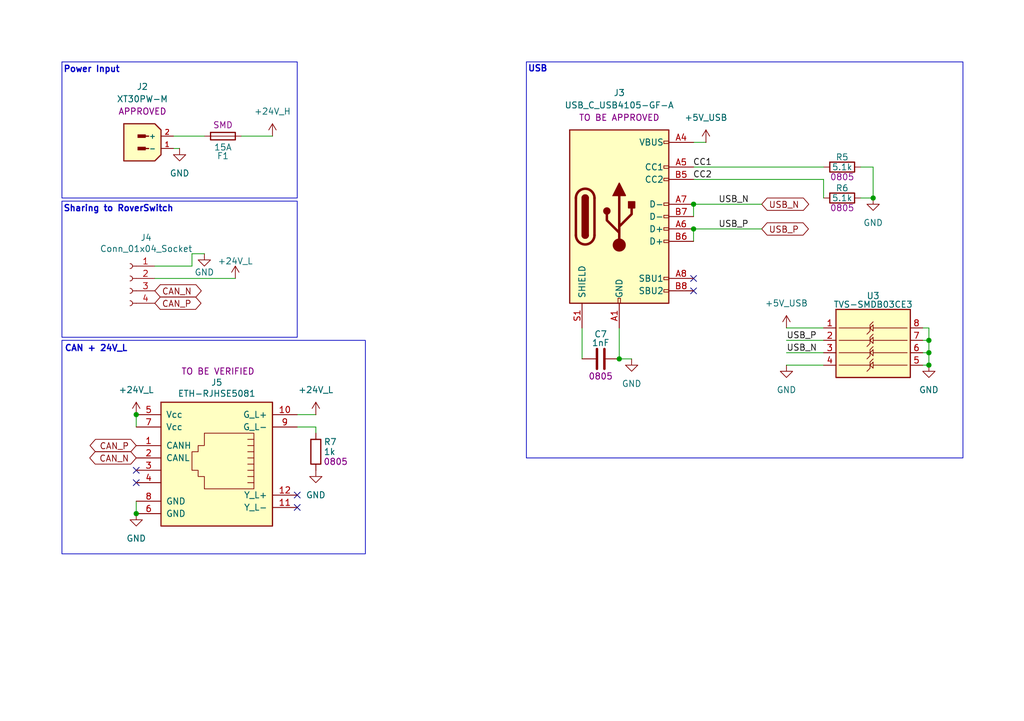
<source format=kicad_sch>
(kicad_sch (version 20231120) (generator "eeschema") (generator_version "8.0")
  (paper "A5")
  (title_block (title "${PROJECTNAME}") (date "2025-02-08") (rev "${REVISION}") (company "${GROUP_NAME}") (comment 1 "${AUTHOR}"))
  (lib_symbols
    (symbol "Connector:Conn_01x04_Socket" (pin_names (offset 1.016) hide)
      (property "Reference" "J" (at 0 5.08 0))
      (property "Value" "Conn_01x04_Socket" (at 0 -7.62 0))
      (symbol "Conn_01x04_Socket_1_1"
        (arc (start 0 -4.572) (mid -0.5058 -5.08) (end 0 -5.588) (stroke (width 0.1524)))
        (arc (start 0 -2.032) (mid -0.5058 -2.54) (end 0 -3.048) (stroke (width 0.1524)))
        (polyline (pts (xy -1.27 -5.08) (xy -0.508 -5.08)) (stroke (width 0.1524)))
        (polyline (pts (xy -1.27 -2.54) (xy -0.508 -2.54)) (stroke (width 0.1524)))
        (polyline (pts (xy -1.27 0) (xy -0.508 0)) (stroke (width 0.1524)))
        (polyline (pts (xy -1.27 2.54) (xy -0.508 2.54)) (stroke (width 0.1524)))
        (arc (start 0 0.508) (mid -0.5058 0) (end 0 -0.508) (stroke (width 0.1524)))
        (arc (start 0 3.048) (mid -0.5058 2.54) (end 0 2.032) (stroke (width 0.1524)))
        (pin passive line (at -5.08 2.54 0) (length 3.81) (name "Pin_1") (number "1"))
        (pin passive line (at -5.08 0 0) (length 3.81) (name "Pin_2") (number "2"))
        (pin passive line (at -5.08 -2.54 0) (length 3.81) (name "Pin_3") (number "3"))
        (pin passive line (at -5.08 -5.08 0) (length 3.81) (name "Pin_4") (number "4"))
      )
    )
    (symbol "RoverLibrary:C_0805" (pin_numbers hide) (pin_names (offset 0.254))
      (property "Reference" "C" (at 2.54 2.032 0))
      (property "Value" "~" (at 2.54 0 0))
      (property "Package" "0805" (at 2.54 -2.286 0))
      (symbol "C_0805_0_1"
        (polyline (pts (xy -2.032 -0.762) (xy 2.032 -0.762)) (stroke (width 0.508)))
        (polyline (pts (xy -2.032 0.762) (xy 2.032 0.762)) (stroke (width 0.508)))
      )
      (symbol "C_0805_1_1"
        (pin passive line (at 0 3.81 270) (length 2.794) (name "~") (number "1"))
        (pin passive line (at 0 -3.81 90) (length 2.794) (name "~") (number "2"))
      )
    )
    (symbol "RoverLibrary:ETH-RJHSE5081" (pin_names (offset 1.016))
      (property "Reference" "J" (at 0 9.144 0))
      (property "Value" "ETH-RJHSE5081" (at 0 6.858 0))
      (property "STATUS" "TO BE VERIFIED" (at 0.254 11.43 0))
      (symbol "ETH-RJHSE5081_0_1"
        (polyline (pts (xy 6.35 -3.81) (xy 7.62 -3.81)))
        (polyline (pts (xy 6.35 -2.54) (xy 7.62 -2.54)))
        (polyline (pts (xy 6.35 -5.08) (xy 7.62 -5.08) (xy 7.62 -5.08)))
        (polyline (pts (xy 7.62 -11.43) (xy 6.35 -11.43) (xy 6.35 -11.43)))
        (polyline (pts (xy 7.62 -10.16) (xy 6.35 -10.16) (xy 6.35 -10.16)))
        (polyline (pts (xy 7.62 -8.89) (xy 6.35 -8.89) (xy 6.35 -8.89)))
        (polyline (pts (xy 7.62 -7.62) (xy 6.35 -7.62) (xy 6.35 -7.62)))
        (polyline (pts (xy 7.62 -6.35) (xy 6.35 -6.35) (xy 6.35 -6.35)))
        (polyline (pts (xy 7.62 -12.7) (xy 7.62 -1.27) (xy -2.54 -1.27) (xy -2.54 -3.81) (xy -3.81 -3.81) (xy -3.81 -5.08) (xy -5.08 -5.08) (xy -5.08 -8.89) (xy -3.81 -8.89) (xy -3.81 -10.16) (xy -2.54 -10.16) (xy -2.54 -12.7) (xy 7.62 -12.7) (xy 7.62 -12.7)))
      )
      (symbol "ETH-RJHSE5081_1_1"
        (rectangle (start -11.43 5.08) (end 11.43 -20.32) (stroke (width 0.254)) (fill (type background)))
        (pin bidirectional line (at -16.51 -3.81 0) (length 5.08) (name "CANH") (number "1"))
        (pin passive line (at 16.51 2.54 180) (length 5.08) (name "G_L+") (number "10"))
        (pin passive line (at 16.51 -16.51 180) (length 5.08) (name "Y_L-") (number "11"))
        (pin passive line (at 16.51 -13.97 180) (length 5.08) (name "Y_L+") (number "12"))
        (pin bidirectional line (at -16.51 -6.35 0) (length 5.08) (name "CANL") (number "2"))
        (pin bidirectional line (at -16.51 -8.89 0) (length 5.08) (name "~") (number "3"))
        (pin bidirectional line (at -16.51 -11.43 0) (length 5.08) (name "~") (number "4"))
        (pin power_out line (at -16.51 2.54 0) (length 5.08) (name "Vcc") (number "5"))
        (pin power_in line (at -16.51 -17.78 0) (length 5.08) (name "GND") (number "6"))
        (pin power_in line (at -16.51 0 0) (length 5.08) (name "Vcc") (number "7"))
        (pin passive line (at -16.51 -15.24 0) (length 5.08) (name "GND") (number "8"))
        (pin passive line (at 16.51 0 180) (length 5.08) (name "G_L-") (number "9"))
      )
    )
    (symbol "RoverLibrary:FuseHolder-3588-20" (pin_numbers hide) (pin_names (offset 0))
      (property "Reference" "F" (at 0 5.08 0))
      (property "Value" "FuseHolder-3588-20" (at 0 3.556 0))
      (property "STATUS" "APPROVED" (at 0 7.112 0))
      (property "PACKAGE" "SMD" (at 0 -1.016 0))
      (symbol "FuseHolder-3588-20_0_1"
        (rectangle (start -2.54 0.508) (end 2.54 2.032) (stroke (width 0.254)))
        (polyline (pts (xy -2.54 1.27) (xy 2.54 1.27)))
      )
      (symbol "FuseHolder-3588-20_1_1"
        (pin power_out line (at -3.81 1.27 0) (length 1.27) (name "~") (number "1"))
        (pin power_in line (at 3.81 1.27 180) (length 1.27) (name "~") (number "2"))
      )
    )
    (symbol "RoverLibrary:R_0805" (pin_numbers hide) (pin_names (offset 0))
      (property "Reference" "R" (at 2.032 0 90))
      (property "Value" "k" (at 0 0 90))
      (property "Package" "0805" (at -2.286 0 90))
      (symbol "R_0805_0_1"
        (rectangle (start -1.016 -2.54) (end 1.016 2.54) (stroke (width 0.254)))
      )
      (symbol "R_0805_1_1"
        (pin passive line (at 0 3.81 270) (length 1.27) (name "~") (number "1"))
        (pin passive line (at 0 -3.81 90) (length 1.27) (name "~") (number "2"))
      )
    )
    (symbol "RoverLibrary:TVS-SMDB03CE3/TR7TR-ND"
      (property "Reference" "U" (at 0 2.794 0))
      (property "Value" "TVS-SMDB03CE3" (at 0 1.016 0))
      (symbol "TVS-SMDB03CE3/TR7TR-ND_0_1"
        (polyline (pts (xy -6.985 -11.43) (xy -0.635 -11.43)))
        (polyline (pts (xy -6.985 -8.89) (xy -0.635 -8.89)))
        (polyline (pts (xy -6.985 -6.35) (xy -0.635 -6.35)))
        (polyline (pts (xy -6.985 -3.81) (xy -0.635 -3.81)))
        (polyline (pts (xy 0 -11.43) (xy 6.985 -11.43)))
        (polyline (pts (xy 0 -8.89) (xy 6.985 -8.89)))
        (polyline (pts (xy 0 -6.35) (xy 6.985 -6.35)))
        (polyline (pts (xy 0 -3.81) (xy 6.985 -3.81)))
        (polyline (pts (xy -0.635 -11.43) (xy -0.635 -10.795) (xy 0 -10.16)))
        (polyline (pts (xy -0.635 -8.89) (xy -0.635 -8.255) (xy 0 -7.62)))
        (polyline (pts (xy -0.635 -6.35) (xy -0.635 -5.715) (xy 0 -5.08)))
        (polyline (pts (xy -0.635 -3.81) (xy -0.635 -3.175) (xy 0 -2.54)))
        (polyline (pts (xy -0.635 -11.43) (xy -0.635 -12.065) (xy -0.635 -12.065) (xy -1.27 -12.7)))
        (polyline (pts (xy -0.635 -11.43) (xy 0 -12.065) (xy 0 -10.795) (xy -0.635 -11.43)))
        (polyline (pts (xy -0.635 -8.89) (xy -0.635 -9.525) (xy -0.635 -9.525) (xy -1.27 -10.16)))
        (polyline (pts (xy -0.635 -8.89) (xy 0 -9.525) (xy 0 -8.255) (xy -0.635 -8.89)))
        (polyline (pts (xy -0.635 -6.35) (xy -0.635 -6.985) (xy -0.635 -6.985) (xy -1.27 -7.62)))
        (polyline (pts (xy -0.635 -6.35) (xy 0 -6.985) (xy 0 -5.715) (xy -0.635 -6.35)))
        (polyline (pts (xy -0.635 -3.81) (xy -0.635 -4.445) (xy -0.635 -4.445) (xy -1.27 -5.08)))
        (polyline (pts (xy -0.635 -3.81) (xy 0 -4.445) (xy 0 -3.175) (xy -0.635 -3.81)))
      )
      (symbol "TVS-SMDB03CE3/TR7TR-ND_1_1"
        (rectangle (start -7.62 0) (end 7.62 -13.97) (stroke (width 0.254)) (fill (type background)))
        (pin passive line (at -10.16 -3.81 0) (length 2.54) (name "") (number "1"))
        (pin passive line (at -10.16 -6.35 0) (length 2.54) (name "") (number "2"))
        (pin passive line (at -10.16 -8.89 0) (length 2.54) (name "") (number "3"))
        (pin passive line (at -10.16 -11.43 0) (length 2.54) (name "") (number "4"))
        (pin passive line (at 10.16 -11.43 180) (length 2.54) (name "") (number "5"))
        (pin passive line (at 10.16 -8.89 180) (length 2.54) (name "") (number "6"))
        (pin passive line (at 10.16 -6.35 180) (length 2.54) (name "") (number "7"))
        (pin passive line (at 10.16 -3.81 180) (length 2.54) (name "") (number "8"))
      )
    )
    (symbol "RoverLibrary:USB_C_USB4105-GF-A" (pin_names (offset 1.016))
      (property "Reference" "J" (at 0 22.225 0))
      (property "Value" "USB_C_USB4105-GF-A" (at 0 19.685 0))
      (property "STATUS" "TO BE APPROVED" (at 0 24.13 0))
      (symbol "USB_C_USB4105-GF-A_0_0"
        (rectangle (start -0.254 -17.78) (end 0.254 -16.764))
        (rectangle (start 10.16 -14.986) (end 9.144 -15.494))
        (rectangle (start 10.16 -12.446) (end 9.144 -12.954))
        (rectangle (start 10.16 -4.826) (end 9.144 -5.334))
        (rectangle (start 10.16 -2.286) (end 9.144 -2.794))
        (rectangle (start 10.16 0.254) (end 9.144 -0.254))
        (rectangle (start 10.16 2.794) (end 9.144 2.286))
        (rectangle (start 10.16 7.874) (end 9.144 7.366))
        (rectangle (start 10.16 10.414) (end 9.144 9.906))
        (rectangle (start 10.16 15.494) (end 9.144 14.986))
      )
      (symbol "USB_C_USB4105-GF-A_0_1"
        (rectangle (start -10.16 17.78) (end 10.16 -17.78) (stroke (width 0.254)) (fill (type background)))
        (arc (start -8.89 -3.81) (mid -6.985 -5.7067) (end -5.08 -3.81) (stroke (width 0.508)))
        (arc (start -7.62 -3.81) (mid -6.985 -4.4423) (end -6.35 -3.81) (stroke (width 0.254)))
        (arc (start -7.62 -3.81) (mid -6.985 -4.4423) (end -6.35 -3.81) (stroke (width 0.254)) (fill (type outline)))
        (rectangle (start -7.62 -3.81) (end -6.35 3.81) (stroke (width 0.254)) (fill (type outline)))
        (arc (start -6.35 3.81) (mid -6.985 4.4423) (end -7.62 3.81) (stroke (width 0.254)))
        (arc (start -6.35 3.81) (mid -6.985 4.4423) (end -7.62 3.81) (stroke (width 0.254)) (fill (type outline)))
        (arc (start -5.08 3.81) (mid -6.985 5.7067) (end -8.89 3.81) (stroke (width 0.508)))
        (circle (center -2.54 1.143) (radius 0.635) (stroke (width 0.254)) (fill (type outline)))
        (circle (center 0 -5.842) (radius 1.27) (fill (type outline)))
        (polyline (pts (xy -8.89 -3.81) (xy -8.89 3.81)) (stroke (width 0.508)))
        (polyline (pts (xy -5.08 3.81) (xy -5.08 -3.81)) (stroke (width 0.508)))
        (polyline (pts (xy 0 -5.842) (xy 0 4.318)) (stroke (width 0.508)))
        (polyline (pts (xy 0 -3.302) (xy -2.54 -0.762) (xy -2.54 0.508)) (stroke (width 0.508)))
        (polyline (pts (xy 0 -2.032) (xy 2.54 0.508) (xy 2.54 1.778)) (stroke (width 0.508)))
        (polyline (pts (xy -1.27 4.318) (xy 0 6.858) (xy 1.27 4.318) (xy -1.27 4.318)) (stroke (width 0.254)) (fill (type outline)))
        (rectangle (start 1.905 1.778) (end 3.175 3.048) (stroke (width 0.254)) (fill (type outline)))
      )
      (symbol "USB_C_USB4105-GF-A_1_1"
        (pin power_out line (at 0 -22.86 90) (length 5.08) (name "GND") (number "A1"))
        (pin power_in line (at 0 -22.86 90) (length 5.08) hide (name "GND") (number "A12"))
        (pin power_out line (at 15.24 15.24 180) (length 5.08) (name "VBUS") (number "A4"))
        (pin bidirectional line (at 15.24 10.16 180) (length 5.08) (name "CC1") (number "A5"))
        (pin bidirectional line (at 15.24 -2.54 180) (length 5.08) (name "D+") (number "A6"))
        (pin bidirectional line (at 15.24 2.54 180) (length 5.08) (name "D-") (number "A7"))
        (pin bidirectional line (at 15.24 -12.7 180) (length 5.08) (name "SBU1") (number "A8"))
        (pin power_in line (at 15.24 15.24 180) (length 5.08) hide (name "VBUS") (number "A9"))
        (pin power_in line (at 0 -22.86 90) (length 5.08) hide (name "GND") (number "B1"))
        (pin power_in line (at 0 -22.86 90) (length 5.08) hide (name "GND") (number "B12"))
        (pin power_in line (at 15.24 15.24 180) (length 5.08) hide (name "VBUS") (number "B4"))
        (pin bidirectional line (at 15.24 7.62 180) (length 5.08) (name "CC2") (number "B5"))
        (pin bidirectional line (at 15.24 -5.08 180) (length 5.08) (name "D+") (number "B6"))
        (pin bidirectional line (at 15.24 0 180) (length 5.08) (name "D-") (number "B7"))
        (pin bidirectional line (at 15.24 -15.24 180) (length 5.08) (name "SBU2") (number "B8"))
        (pin power_in line (at 15.24 15.24 180) (length 5.08) hide (name "VBUS") (number "B9"))
        (pin power_in line (at -7.62 -22.86 90) (length 5.08) (name "SHIELD") (number "S1"))
      )
    )
    (symbol "RoverLibrary:XT30PW-M" (pin_names (offset 1.016))
      (property "Reference" "J" (at -7.62 3.302 0))
      (property "Value" "XT30PW-M" (at -7.62 -7.62 0))
      (property "STATUS" "APPROVED" (at -4.064 5.842 0))
      (symbol "XT30PW-M_0_0"
        (rectangle (start -4.7625 -2.8575) (end -3.175 -2.2225) (stroke (width 0.1)) (fill (type outline)))
        (rectangle (start -4.7625 0.3175) (end -3.175 -0.3175) (stroke (width 0.1)) (fill (type outline)))
        (polyline (pts (xy -2.54 -2.54) (xy -4.445 -2.54)) (stroke (width 0.254)))
        (polyline (pts (xy -2.54 0) (xy -4.445 0)) (stroke (width 0.254)))
      )
      (symbol "XT30PW-M_1_0"
        (polyline (pts (xy -7.62 2.54) (xy -1.27 2.54) (xy -1.27 2.54) (xy 0 1.27) (xy 0 -3.81) (xy -1.27 -5.08) (xy -7.62 -5.08) (xy -7.62 2.54)) (stroke (width 0.254)) (fill (type background)))
        (pin power_out line (at 2.54 -2.54 180) (length 2.54) (name "-") (number "1"))
        (pin power_out line (at 2.54 0 180) (length 2.54) (name "+") (number "2"))
      )
    )
    (symbol "power:+24V" (power) (pin_numbers hide) (pin_names (offset 0) hide)
      (property "Value" "+24V" (at 0 3.556 0))
      (symbol "+24V_0_1"
        (polyline (pts (xy -0.762 1.27) (xy 0 2.54)))
        (polyline (pts (xy 0 0) (xy 0 2.54)))
        (polyline (pts (xy 0 2.54) (xy 0.762 1.27)))
      )
      (symbol "+24V_1_1"
        (pin power_in line (at 0 0 90) (length 0) (name "~") (number "1"))
      )
    )
    (symbol "power:+5V" (power) (pin_numbers hide) (pin_names (offset 0) hide)
      (property "Value" "+5V" (at 0 3.556 0))
      (symbol "+5V_0_1"
        (polyline (pts (xy -0.762 1.27) (xy 0 2.54)))
        (polyline (pts (xy 0 0) (xy 0 2.54)))
        (polyline (pts (xy 0 2.54) (xy 0.762 1.27)))
      )
      (symbol "+5V_1_1"
        (pin power_in line (at 0 0 90) (length 0) (name "~") (number "1"))
      )
    )
    (symbol "power:GND" (power) (pin_numbers hide) (pin_names (offset 0) hide)
      (property "Value" "GND" (at 0 -3.81 0))
      (symbol "GND_0_1"
        (polyline (pts (xy 0 0) (xy 0 -1.27) (xy 1.27 -1.27) (xy 0 -2.54) (xy -1.27 -1.27) (xy 0 -1.27)))
      )
      (symbol "GND_1_1"
        (pin power_in line (at 0 0 270) (length 0) (name "~") (number "1"))
      )
    )
  )
  (junction (at 142.24 41.91))
  (junction (at 142.24 46.99))
  (junction (at 190.5 69.85))
  (junction (at 190.5 74.93))
  (junction (at 27.94 105.41))
  (junction (at 27.94 85.09))
  (junction (at 190.5 72.39))
  (junction (at 179.07 40.64))
  (junction (at 127 73.66))
  (no_connect (at 142.24 59.69))
  (no_connect (at 60.96 101.6))
  (no_connect (at 27.94 96.52))
  (no_connect (at 142.24 57.15))
  (no_connect (at 27.94 99.06))
  (no_connect (at 60.96 104.14))
  (wire (pts (xy 41.91 27.94) (xy 35.56 27.94)))
  (wire (pts (xy 142.24 34.29) (xy 168.91 34.29)))
  (wire (pts (xy 142.24 46.99) (xy 142.24 49.53)))
  (wire (pts (xy 119.38 67.31) (xy 119.38 73.66)))
  (wire (pts (xy 161.29 67.31) (xy 168.91 67.31)))
  (wire (pts (xy 190.5 67.31) (xy 190.5 69.85)))
  (wire (pts (xy 39.37 54.61) (xy 31.75 54.61)))
  (wire (pts (xy 64.77 85.09) (xy 60.96 85.09)))
  (wire (pts (xy 27.94 85.09) (xy 27.94 87.63)))
  (wire (pts (xy 161.29 72.39) (xy 168.91 72.39)))
  (wire (pts (xy 36.83 30.48) (xy 35.56 30.48)))
  (wire (pts (xy 176.53 34.29) (xy 179.07 34.29)))
  (wire (pts (xy 64.77 87.63) (xy 64.77 88.9)))
  (wire (pts (xy 127 67.31) (xy 127 73.66)))
  (wire (pts (xy 161.29 69.85) (xy 168.91 69.85)))
  (wire (pts (xy 176.53 40.64) (xy 179.07 40.64)))
  (wire (pts (xy 39.37 52.07) (xy 39.37 54.61)))
  (wire (pts (xy 190.5 69.85) (xy 190.5 72.39)))
  (wire (pts (xy 129.54 73.66) (xy 127 73.66)))
  (wire (pts (xy 190.5 72.39) (xy 189.23 72.39)))
  (wire (pts (xy 161.29 74.93) (xy 168.91 74.93)))
  (wire (pts (xy 179.07 34.29) (xy 179.07 40.64)))
  (wire (pts (xy 190.5 67.31) (xy 189.23 67.31)))
  (wire (pts (xy 168.91 36.83) (xy 168.91 40.64)))
  (wire (pts (xy 142.24 41.91) (xy 156.21 41.91)))
  (wire (pts (xy 142.24 46.99) (xy 156.21 46.99)))
  (wire (pts (xy 55.88 27.94) (xy 49.53 27.94)))
  (wire (pts (xy 48.26 57.15) (xy 31.75 57.15)))
  (wire (pts (xy 27.94 102.87) (xy 27.94 105.41)))
  (wire (pts (xy 142.24 41.91) (xy 142.24 44.45)))
  (wire (pts (xy 60.96 87.63) (xy 64.77 87.63)))
  (wire (pts (xy 142.24 36.83) (xy 168.91 36.83)))
  (wire (pts (xy 144.78 29.21) (xy 142.24 29.21)))
  (wire (pts (xy 190.5 72.39) (xy 190.5 74.93)))
  (wire (pts (xy 41.91 52.07) (xy 39.37 52.07)))
  (wire (pts (xy 190.5 69.85) (xy 189.23 69.85)))
  (wire (pts (xy 190.5 74.93) (xy 189.23 74.93)))
  (rectangle (start 12.7 41.275) (end 60.96 69.215))
  (rectangle (start 12.7 69.85) (end 74.93 113.665))
  (rectangle (start 12.7 12.7) (end 60.96 40.64))
  (rectangle (start 107.95 12.7) (end 197.485 93.98))
  (text "Sharing to RoverSwitch" (at 12.954 42.926 0) (effects (font (size 1.27 1.27) (thickness 0.254) (bold yes)) (justify left)))
  (text "CAN + 24V_L" (at 13.208 71.628 0) (effects (font (size 1.27 1.27) (thickness 0.254) (bold yes)) (justify left)))
  (text "USB" (at 108.204 14.224 0) (effects (font (size 1.27 1.27) (thickness 0.254) (bold yes)) (justify left)))
  (text "Power Input" (at 12.954 14.351 0) (effects (font (size 1.27 1.27) (thickness 0.254) (bold yes)) (justify left)))
  (label "USB_N" (at 147.32 41.91 0))
  (label "USB_P" (at 147.32 46.99 0))
  (label "USB_P" (at 161.29 69.85 0))
  (label "CC1" (at 146.05 34.29 180))
  (label "CC2" (at 146.05 36.83 180))
  (label "USB_N" (at 161.29 72.39 0))
  (global_label "USB_N" (shape bidirectional) (at 156.21 41.91 0) (property "Intersheetrefs" "${INTERSHEET_REFS}" (effects (hide yes))))
  (global_label "USB_P" (shape bidirectional) (at 156.21 46.99 0) (property "Intersheetrefs" "${INTERSHEET_REFS}" (effects (hide yes))))
  (global_label "CAN_P" (shape bidirectional) (at 31.75 62.23 0) (property "Intersheetrefs" "${INTERSHEET_REFS}" (effects (hide yes))))
  (global_label "CAN_N" (shape bidirectional) (at 31.75 59.69 0) (property "Intersheetrefs" "${INTERSHEET_REFS}" (effects (hide yes))))
  (global_label "CAN_N" (shape bidirectional) (at 27.94 93.98 180) (property "Intersheetrefs" "${INTERSHEET_REFS}" (effects (hide yes))))
  (global_label "CAN_P" (shape bidirectional) (at 27.94 91.44 180) (property "Intersheetrefs" "${INTERSHEET_REFS}" (effects (hide yes))))
  (symbol (lib_id "power:+5V") (at 144.78 29.21 0) (unit 1)
    (property "Reference" "#PWR015" (effects (hide yes)))
    (property "Value" "+5V_USB" (at 144.78 24.13 0))
    (property "Description" "Power symbol creates a global label with name \"+5V\"" (effects (hide yes)))
  )
  (symbol (lib_id "RoverLibrary:R_0805") (at 172.72 34.29 90) (unit 1)
    (property "Reference" "R5" (at 172.72 32.258 90))
    (property "Value" "5.1k" (at 172.72 34.29 90))
    (property "Footprint" "Resistor_SMD:R_0805_2012Metric_Pad1.20x1.40mm_HandSolder" (effects (hide yes)))
    (property "Description" "Resistor" (effects (hide yes)))
    (property "Package" "0805" (at 172.72 36.322 90))
  )
  (symbol (lib_id "RoverLibrary:ETH-RJHSE5081") (at 44.45 87.63 0) (unit 1)
    (property "Reference" "J5" (at 44.45 78.486 0))
    (property "Value" "ETH-RJHSE5081" (at 44.45 80.772 0))
    (property "Footprint" "RoverFootprint:ETH-RJHSE5081" (effects (hide yes)))
    (property "Description" "RJ connector, 8P8C (8 positions 8 connected), RJ31/RJ32/RJ33/RJ34/RJ35/RJ41/RJ45/RJ49/RJ61" (effects (hide yes)))
    (property "STATUS" "TO BE VERIFIED" (at 44.704 76.2 0))
  )
  (symbol (lib_id "power:GND") (at 41.91 52.07 0) (unit 1)
    (property "Reference" "#PWR019" (effects (hide yes)))
    (property "Value" "GND" (at 41.91 55.88 0))
    (property "Description" "Power symbol creates a global label with name \"GND\" , ground" (effects (hide yes)))
  )
  (symbol (lib_id "RoverLibrary:R_0805") (at 172.72 40.64 90) (unit 1)
    (property "Reference" "R6" (at 172.72 38.608 90))
    (property "Value" "5.1k" (at 172.72 40.64 90))
    (property "Footprint" "Resistor_SMD:R_0805_2012Metric_Pad1.20x1.40mm_HandSolder" (effects (hide yes)))
    (property "Description" "Resistor" (effects (hide yes)))
    (property "Package" "0805" (at 172.72 42.672 90))
  )
  (symbol (lib_id "Connector:Conn_01x04_Socket") (at 26.67 57.15 0) (mirror y) (unit 1)
    (property "Reference" "J4" (at 29.972 48.768 0))
    (property "Value" "Conn_01x04_Socket" (at 29.972 51.054 0))
    (property "Footprint" "Connector_PinSocket_2.54mm:PinSocket_1x04_P2.54mm_Vertical_SMD_Pin1Left" (effects (hide yes)))
    (property "Description" "Generic connector, single row, 01x04, script generated" (effects (hide yes)))
  )
  (symbol (lib_id "power:GND") (at 179.07 40.64 0) (unit 1)
    (property "Reference" "#PWR017" (effects (hide yes)))
    (property "Value" "GND" (at 179.07 45.72 0))
    (property "Description" "Power symbol creates a global label with name \"GND\" , ground" (effects (hide yes)))
  )
  (symbol (lib_id "RoverLibrary:TVS-SMDB03CE3/TR7TR-ND") (at 179.07 63.5 0) (unit 1)
    (property "Reference" "U3" (at 179.07 60.706 0))
    (property "Value" "TVS-SMDB03CE3" (at 179.07 62.484 0))
    (property "Footprint" "Package_SO:SOIC-8_3.9x4.9mm_P1.27mm" (effects (hide yes)))
    (property "STATYS" "APPROVED" (effects (hide yes)))
  )
  (symbol (lib_id "RoverLibrary:XT30PW-M") (at 33.02 27.94 0) (unit 1)
    (property "Reference" "J2" (at 29.21 17.78 0))
    (property "Value" "XT30PW-M" (at 29.21 20.32 0))
    (property "Footprint" "RoverFootprint:AMASS_XT30PW-M_1x02_P2.50mm_Horizontal" (effects (hide yes)))
    (property "STATUS" "APPROVED" (at 29.21 22.86 0))
  )
  (symbol (lib_id "power:+24V") (at 27.94 85.09 0) (unit 1)
    (property "Reference" "#PWR023" (effects (hide yes)))
    (property "Value" "+24V_L" (at 27.94 80.01 0))
    (property "Description" "Power symbol creates a global label with name \"+24V\"" (effects (hide yes)))
  )
  (symbol (lib_id "RoverLibrary:R_0805") (at 64.77 92.71 180) (unit 1)
    (property "Reference" "R7" (at 69.088 90.678 0) (effects (justify left)))
    (property "Value" "1k" (at 68.834 92.71 0) (effects (justify left)))
    (property "Footprint" "Resistor_SMD:R_0805_2012Metric_Pad1.20x1.40mm_HandSolder" (effects (hide yes)))
    (property "Description" "Resistor" (effects (hide yes)))
    (property "Package" "0805" (at 71.374 94.742 0) (effects (justify left)))
  )
  (symbol (lib_id "RoverLibrary:FuseHolder-3588-20") (at 45.72 26.67 180) (unit 1)
    (property "Reference" "F1" (at 45.72 32.004 0))
    (property "Value" "15A" (at 45.72 30.226 0))
    (property "Footprint" "RoverFootprint:FuseHolder-3588-20" (effects (hide yes)))
    (property "Description" "FuseHolder SMD 20A Max" (effects (hide yes)))
    (property "STATUS" "APPROVED" (effects (hide yes)))
    (property "PACKAGE" "SMD" (at 45.72 25.654 0))
  )
  (symbol (lib_id "power:GND") (at 27.94 105.41 0) (unit 1)
    (property "Reference" "#PWR026" (effects (hide yes)))
    (property "Value" "GND" (at 27.94 110.49 0))
    (property "Description" "Power symbol creates a global label with name \"GND\" , ground" (effects (hide yes)))
  )
  (symbol (lib_id "power:+24V") (at 48.26 57.15 0) (unit 1)
    (property "Reference" "#PWR018" (effects (hide yes)))
    (property "Value" "+24V_L" (at 48.26 53.594 0))
    (property "Description" "Power symbol creates a global label with name \"+24V\"" (effects (hide yes)))
  )
  (symbol (lib_id "power:GND") (at 36.83 30.48 0) (unit 1)
    (property "Reference" "#PWR016" (effects (hide yes)))
    (property "Value" "GND" (at 36.83 35.56 0))
    (property "Description" "Power symbol creates a global label with name \"GND\" , ground" (effects (hide yes)))
  )
  (symbol (lib_id "power:+24V") (at 64.77 85.09 0) (unit 1)
    (property "Reference" "#PWR024" (effects (hide yes)))
    (property "Value" "+24V_L" (at 64.77 80.01 0))
    (property "Description" "Power symbol creates a global label with name \"+24V\"" (effects (hide yes)))
  )
  (symbol (lib_id "power:GND") (at 129.54 73.66 0) (unit 1)
    (property "Reference" "#PWR021" (effects (hide yes)))
    (property "Value" "GND" (at 129.54 78.74 0))
    (property "Description" "Power symbol creates a global label with name \"GND\" , ground" (effects (hide yes)))
  )
  (symbol (lib_id "power:GND") (at 161.29 74.93 0) (unit 1)
    (property "Reference" "#PWR022" (effects (hide yes)))
    (property "Value" "GND" (at 161.29 80.01 0))
    (property "Description" "Power symbol creates a global label with name \"GND\" , ground" (effects (hide yes)))
  )
  (symbol (lib_id "power:+5V") (at 161.29 67.31 0) (unit 1)
    (property "Reference" "#PWR020" (effects (hide yes)))
    (property "Value" "+5V_USB" (at 161.29 62.23 0))
    (property "Description" "Power symbol creates a global label with name \"+5V\"" (effects (hide yes)))
  )
  (symbol (lib_id "power:+24V") (at 55.88 27.94 0) (unit 1)
    (property "Reference" "#PWR014" (effects (hide yes)))
    (property "Value" "+24V_H" (at 55.88 22.86 0))
    (property "Description" "Power symbol creates a global label with name \"+24V\"" (effects (hide yes)))
  )
  (symbol (lib_id "power:GND") (at 64.77 96.52 0) (unit 1)
    (property "Reference" "#PWR025" (effects (hide yes)))
    (property "Value" "GND" (at 64.77 101.6 0))
    (property "Description" "Power symbol creates a global label with name \"GND\" , ground" (effects (hide yes)))
  )
  (symbol (lib_id "RoverLibrary:USB_C_USB4105-GF-A") (at 127 44.45 0) (unit 1)
    (property "Reference" "J3" (at 127 19.05 0))
    (property "Value" "USB_C_USB4105-GF-A" (at 127 21.59 0))
    (property "Footprint" "Connector_USB:USB_C_Receptacle_GCT_USB4105-xx-A_16P_TopMnt_Horizontal" (effects (hide yes)))
    (property "Datasheet" "https://www.usb.org/sites/default/files/documents/usb_type-c.zip" (effects (hide yes)))
    (property "Description" "USB 2.0-only 16P Type-C Receptacle connector" (effects (hide yes)))
    (property "STATUS" "TO BE APPROVED" (at 127 24.13 0))
  )
  (symbol (lib_id "power:GND") (at 190.5 74.93 0) (unit 1)
    (property "Reference" "#PWR086" (effects (hide yes)))
    (property "Value" "GND" (at 190.5 80.01 0))
    (property "Description" "Power symbol creates a global label with name \"GND\" , ground" (effects (hide yes)))
  )
  (symbol (lib_id "RoverLibrary:C_0805") (at 123.19 73.66 90) (unit 1)
    (property "Reference" "C7" (at 123.19 68.58 90))
    (property "Value" "1nF" (at 123.19 70.358 90))
    (property "Footprint" "Capacitor_SMD:C_0805_2012Metric_Pad1.18x1.45mm_HandSolder" (effects (hide yes)))
    (property "Description" "Unpolarized capacitor" (effects (hide yes)))
    (property "Package" "0805" (at 123.19 77.216 90))
  )
)
</source>
